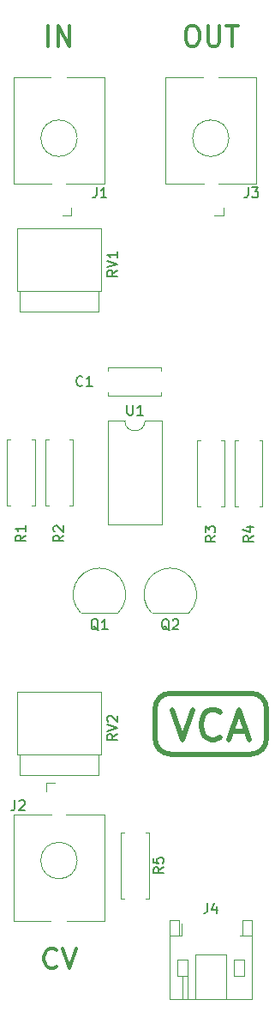
<source format=gbr>
%TF.GenerationSoftware,KiCad,Pcbnew,9.0.1*%
%TF.CreationDate,2025-05-31T19:51:22+10:00*%
%TF.ProjectId,VCA,5643412e-6b69-4636-9164-5f7063625858,rev?*%
%TF.SameCoordinates,Original*%
%TF.FileFunction,Legend,Top*%
%TF.FilePolarity,Positive*%
%FSLAX46Y46*%
G04 Gerber Fmt 4.6, Leading zero omitted, Abs format (unit mm)*
G04 Created by KiCad (PCBNEW 9.0.1) date 2025-05-31 19:51:22*
%MOMM*%
%LPD*%
G01*
G04 APERTURE LIST*
%ADD10C,0.500000*%
%ADD11C,0.300000*%
%ADD12C,0.150000*%
%ADD13C,0.120000*%
G04 APERTURE END LIST*
D10*
X141500000Y-119750000D02*
G75*
G02*
X143000000Y-121250000I0J-1500000D01*
G01*
X143000001Y-124250001D02*
G75*
G02*
X141500001Y-125750001I-1500001J1D01*
G01*
X143000000Y-121250000D02*
X143000000Y-124250000D01*
X133500000Y-119749999D02*
X141500000Y-119750000D01*
X131999999Y-121249999D02*
G75*
G02*
X133499999Y-119749999I1500001J-1D01*
G01*
X133499999Y-125750001D02*
G75*
G02*
X131999999Y-124250001I1J1500001D01*
G01*
X131999999Y-121249999D02*
X131999999Y-124249999D01*
X133499999Y-125750000D02*
X141500001Y-125750001D01*
D11*
X121452381Y-55909638D02*
X121452381Y-53909638D01*
X122404762Y-55909638D02*
X122404762Y-53909638D01*
X122404762Y-53909638D02*
X123547619Y-55909638D01*
X123547619Y-55909638D02*
X123547619Y-53909638D01*
D10*
X133714661Y-121356857D02*
X134714661Y-124356857D01*
X134714661Y-124356857D02*
X135714661Y-121356857D01*
X138428947Y-124071142D02*
X138286090Y-124214000D01*
X138286090Y-124214000D02*
X137857518Y-124356857D01*
X137857518Y-124356857D02*
X137571804Y-124356857D01*
X137571804Y-124356857D02*
X137143233Y-124214000D01*
X137143233Y-124214000D02*
X136857518Y-123928285D01*
X136857518Y-123928285D02*
X136714661Y-123642571D01*
X136714661Y-123642571D02*
X136571804Y-123071142D01*
X136571804Y-123071142D02*
X136571804Y-122642571D01*
X136571804Y-122642571D02*
X136714661Y-122071142D01*
X136714661Y-122071142D02*
X136857518Y-121785428D01*
X136857518Y-121785428D02*
X137143233Y-121499714D01*
X137143233Y-121499714D02*
X137571804Y-121356857D01*
X137571804Y-121356857D02*
X137857518Y-121356857D01*
X137857518Y-121356857D02*
X138286090Y-121499714D01*
X138286090Y-121499714D02*
X138428947Y-121642571D01*
X139571804Y-123499714D02*
X141000376Y-123499714D01*
X139286090Y-124356857D02*
X140286090Y-121356857D01*
X140286090Y-121356857D02*
X141286090Y-124356857D01*
D11*
X122261904Y-146719161D02*
X122166666Y-146814400D01*
X122166666Y-146814400D02*
X121880952Y-146909638D01*
X121880952Y-146909638D02*
X121690476Y-146909638D01*
X121690476Y-146909638D02*
X121404761Y-146814400D01*
X121404761Y-146814400D02*
X121214285Y-146623923D01*
X121214285Y-146623923D02*
X121119047Y-146433447D01*
X121119047Y-146433447D02*
X121023809Y-146052495D01*
X121023809Y-146052495D02*
X121023809Y-145766780D01*
X121023809Y-145766780D02*
X121119047Y-145385828D01*
X121119047Y-145385828D02*
X121214285Y-145195352D01*
X121214285Y-145195352D02*
X121404761Y-145004876D01*
X121404761Y-145004876D02*
X121690476Y-144909638D01*
X121690476Y-144909638D02*
X121880952Y-144909638D01*
X121880952Y-144909638D02*
X122166666Y-145004876D01*
X122166666Y-145004876D02*
X122261904Y-145100114D01*
X122833333Y-144909638D02*
X123499999Y-146909638D01*
X123499999Y-146909638D02*
X124166666Y-144909638D01*
X135499999Y-53909638D02*
X135880952Y-53909638D01*
X135880952Y-53909638D02*
X136071428Y-54004876D01*
X136071428Y-54004876D02*
X136261904Y-54195352D01*
X136261904Y-54195352D02*
X136357142Y-54576304D01*
X136357142Y-54576304D02*
X136357142Y-55242971D01*
X136357142Y-55242971D02*
X136261904Y-55623923D01*
X136261904Y-55623923D02*
X136071428Y-55814400D01*
X136071428Y-55814400D02*
X135880952Y-55909638D01*
X135880952Y-55909638D02*
X135499999Y-55909638D01*
X135499999Y-55909638D02*
X135309523Y-55814400D01*
X135309523Y-55814400D02*
X135119047Y-55623923D01*
X135119047Y-55623923D02*
X135023809Y-55242971D01*
X135023809Y-55242971D02*
X135023809Y-54576304D01*
X135023809Y-54576304D02*
X135119047Y-54195352D01*
X135119047Y-54195352D02*
X135309523Y-54004876D01*
X135309523Y-54004876D02*
X135499999Y-53909638D01*
X137214285Y-53909638D02*
X137214285Y-55528685D01*
X137214285Y-55528685D02*
X137309523Y-55719161D01*
X137309523Y-55719161D02*
X137404761Y-55814400D01*
X137404761Y-55814400D02*
X137595237Y-55909638D01*
X137595237Y-55909638D02*
X137976190Y-55909638D01*
X137976190Y-55909638D02*
X138166666Y-55814400D01*
X138166666Y-55814400D02*
X138261904Y-55719161D01*
X138261904Y-55719161D02*
X138357142Y-55528685D01*
X138357142Y-55528685D02*
X138357142Y-53909638D01*
X139023809Y-53909638D02*
X140166666Y-53909638D01*
X139595237Y-55909638D02*
X139595237Y-53909638D01*
D12*
X126404761Y-113550057D02*
X126309523Y-113502438D01*
X126309523Y-113502438D02*
X126214285Y-113407200D01*
X126214285Y-113407200D02*
X126071428Y-113264342D01*
X126071428Y-113264342D02*
X125976190Y-113216723D01*
X125976190Y-113216723D02*
X125880952Y-113216723D01*
X125928571Y-113454819D02*
X125833333Y-113407200D01*
X125833333Y-113407200D02*
X125738095Y-113311961D01*
X125738095Y-113311961D02*
X125690476Y-113121485D01*
X125690476Y-113121485D02*
X125690476Y-112788152D01*
X125690476Y-112788152D02*
X125738095Y-112597676D01*
X125738095Y-112597676D02*
X125833333Y-112502438D01*
X125833333Y-112502438D02*
X125928571Y-112454819D01*
X125928571Y-112454819D02*
X126119047Y-112454819D01*
X126119047Y-112454819D02*
X126214285Y-112502438D01*
X126214285Y-112502438D02*
X126309523Y-112597676D01*
X126309523Y-112597676D02*
X126357142Y-112788152D01*
X126357142Y-112788152D02*
X126357142Y-113121485D01*
X126357142Y-113121485D02*
X126309523Y-113311961D01*
X126309523Y-113311961D02*
X126214285Y-113407200D01*
X126214285Y-113407200D02*
X126119047Y-113454819D01*
X126119047Y-113454819D02*
X125928571Y-113454819D01*
X127309523Y-113454819D02*
X126738095Y-113454819D01*
X127023809Y-113454819D02*
X127023809Y-112454819D01*
X127023809Y-112454819D02*
X126928571Y-112597676D01*
X126928571Y-112597676D02*
X126833333Y-112692914D01*
X126833333Y-112692914D02*
X126738095Y-112740533D01*
X129243095Y-91314820D02*
X129243095Y-92124343D01*
X129243095Y-92124343D02*
X129290714Y-92219581D01*
X129290714Y-92219581D02*
X129338333Y-92267201D01*
X129338333Y-92267201D02*
X129433571Y-92314820D01*
X129433571Y-92314820D02*
X129624047Y-92314820D01*
X129624047Y-92314820D02*
X129719285Y-92267201D01*
X129719285Y-92267201D02*
X129766904Y-92219581D01*
X129766904Y-92219581D02*
X129814523Y-92124343D01*
X129814523Y-92124343D02*
X129814523Y-91314820D01*
X130814523Y-92314820D02*
X130243095Y-92314820D01*
X130528809Y-92314820D02*
X130528809Y-91314820D01*
X130528809Y-91314820D02*
X130433571Y-91457677D01*
X130433571Y-91457677D02*
X130338333Y-91552915D01*
X130338333Y-91552915D02*
X130243095Y-91600534D01*
X126196666Y-69854819D02*
X126196666Y-70569104D01*
X126196666Y-70569104D02*
X126149047Y-70711961D01*
X126149047Y-70711961D02*
X126053809Y-70807200D01*
X126053809Y-70807200D02*
X125910952Y-70854819D01*
X125910952Y-70854819D02*
X125815714Y-70854819D01*
X127196666Y-70854819D02*
X126625238Y-70854819D01*
X126910952Y-70854819D02*
X126910952Y-69854819D01*
X126910952Y-69854819D02*
X126815714Y-69997676D01*
X126815714Y-69997676D02*
X126720476Y-70092914D01*
X126720476Y-70092914D02*
X126625238Y-70140533D01*
X137166666Y-140454819D02*
X137166666Y-141169104D01*
X137166666Y-141169104D02*
X137119047Y-141311961D01*
X137119047Y-141311961D02*
X137023809Y-141407200D01*
X137023809Y-141407200D02*
X136880952Y-141454819D01*
X136880952Y-141454819D02*
X136785714Y-141454819D01*
X138071428Y-140788152D02*
X138071428Y-141454819D01*
X137833333Y-140407200D02*
X137595238Y-141121485D01*
X137595238Y-141121485D02*
X138214285Y-141121485D01*
X124833333Y-89359581D02*
X124785714Y-89407201D01*
X124785714Y-89407201D02*
X124642857Y-89454820D01*
X124642857Y-89454820D02*
X124547619Y-89454820D01*
X124547619Y-89454820D02*
X124404762Y-89407201D01*
X124404762Y-89407201D02*
X124309524Y-89311962D01*
X124309524Y-89311962D02*
X124261905Y-89216724D01*
X124261905Y-89216724D02*
X124214286Y-89026248D01*
X124214286Y-89026248D02*
X124214286Y-88883391D01*
X124214286Y-88883391D02*
X124261905Y-88692915D01*
X124261905Y-88692915D02*
X124309524Y-88597677D01*
X124309524Y-88597677D02*
X124404762Y-88502439D01*
X124404762Y-88502439D02*
X124547619Y-88454820D01*
X124547619Y-88454820D02*
X124642857Y-88454820D01*
X124642857Y-88454820D02*
X124785714Y-88502439D01*
X124785714Y-88502439D02*
X124833333Y-88550058D01*
X125785714Y-89454820D02*
X125214286Y-89454820D01*
X125500000Y-89454820D02*
X125500000Y-88454820D01*
X125500000Y-88454820D02*
X125404762Y-88597677D01*
X125404762Y-88597677D02*
X125309524Y-88692915D01*
X125309524Y-88692915D02*
X125214286Y-88740534D01*
X118136666Y-130304819D02*
X118136666Y-131019104D01*
X118136666Y-131019104D02*
X118089047Y-131161961D01*
X118089047Y-131161961D02*
X117993809Y-131257200D01*
X117993809Y-131257200D02*
X117850952Y-131304819D01*
X117850952Y-131304819D02*
X117755714Y-131304819D01*
X118565238Y-130400057D02*
X118612857Y-130352438D01*
X118612857Y-130352438D02*
X118708095Y-130304819D01*
X118708095Y-130304819D02*
X118946190Y-130304819D01*
X118946190Y-130304819D02*
X119041428Y-130352438D01*
X119041428Y-130352438D02*
X119089047Y-130400057D01*
X119089047Y-130400057D02*
X119136666Y-130495295D01*
X119136666Y-130495295D02*
X119136666Y-130590533D01*
X119136666Y-130590533D02*
X119089047Y-130733390D01*
X119089047Y-130733390D02*
X118517619Y-131304819D01*
X118517619Y-131304819D02*
X119136666Y-131304819D01*
X128269819Y-78025238D02*
X127793628Y-78358571D01*
X128269819Y-78596666D02*
X127269819Y-78596666D01*
X127269819Y-78596666D02*
X127269819Y-78215714D01*
X127269819Y-78215714D02*
X127317438Y-78120476D01*
X127317438Y-78120476D02*
X127365057Y-78072857D01*
X127365057Y-78072857D02*
X127460295Y-78025238D01*
X127460295Y-78025238D02*
X127603152Y-78025238D01*
X127603152Y-78025238D02*
X127698390Y-78072857D01*
X127698390Y-78072857D02*
X127746009Y-78120476D01*
X127746009Y-78120476D02*
X127793628Y-78215714D01*
X127793628Y-78215714D02*
X127793628Y-78596666D01*
X127269819Y-77739523D02*
X128269819Y-77406190D01*
X128269819Y-77406190D02*
X127269819Y-77072857D01*
X128269819Y-76215714D02*
X128269819Y-76787142D01*
X128269819Y-76501428D02*
X127269819Y-76501428D01*
X127269819Y-76501428D02*
X127412676Y-76596666D01*
X127412676Y-76596666D02*
X127507914Y-76691904D01*
X127507914Y-76691904D02*
X127555533Y-76787142D01*
X133404761Y-113550057D02*
X133309523Y-113502438D01*
X133309523Y-113502438D02*
X133214285Y-113407200D01*
X133214285Y-113407200D02*
X133071428Y-113264342D01*
X133071428Y-113264342D02*
X132976190Y-113216723D01*
X132976190Y-113216723D02*
X132880952Y-113216723D01*
X132928571Y-113454819D02*
X132833333Y-113407200D01*
X132833333Y-113407200D02*
X132738095Y-113311961D01*
X132738095Y-113311961D02*
X132690476Y-113121485D01*
X132690476Y-113121485D02*
X132690476Y-112788152D01*
X132690476Y-112788152D02*
X132738095Y-112597676D01*
X132738095Y-112597676D02*
X132833333Y-112502438D01*
X132833333Y-112502438D02*
X132928571Y-112454819D01*
X132928571Y-112454819D02*
X133119047Y-112454819D01*
X133119047Y-112454819D02*
X133214285Y-112502438D01*
X133214285Y-112502438D02*
X133309523Y-112597676D01*
X133309523Y-112597676D02*
X133357142Y-112788152D01*
X133357142Y-112788152D02*
X133357142Y-113121485D01*
X133357142Y-113121485D02*
X133309523Y-113311961D01*
X133309523Y-113311961D02*
X133214285Y-113407200D01*
X133214285Y-113407200D02*
X133119047Y-113454819D01*
X133119047Y-113454819D02*
X132928571Y-113454819D01*
X133738095Y-112550057D02*
X133785714Y-112502438D01*
X133785714Y-112502438D02*
X133880952Y-112454819D01*
X133880952Y-112454819D02*
X134119047Y-112454819D01*
X134119047Y-112454819D02*
X134214285Y-112502438D01*
X134214285Y-112502438D02*
X134261904Y-112550057D01*
X134261904Y-112550057D02*
X134309523Y-112645295D01*
X134309523Y-112645295D02*
X134309523Y-112740533D01*
X134309523Y-112740533D02*
X134261904Y-112883390D01*
X134261904Y-112883390D02*
X133690476Y-113454819D01*
X133690476Y-113454819D02*
X134309523Y-113454819D01*
X132824819Y-136916666D02*
X132348628Y-137249999D01*
X132824819Y-137488094D02*
X131824819Y-137488094D01*
X131824819Y-137488094D02*
X131824819Y-137107142D01*
X131824819Y-137107142D02*
X131872438Y-137011904D01*
X131872438Y-137011904D02*
X131920057Y-136964285D01*
X131920057Y-136964285D02*
X132015295Y-136916666D01*
X132015295Y-136916666D02*
X132158152Y-136916666D01*
X132158152Y-136916666D02*
X132253390Y-136964285D01*
X132253390Y-136964285D02*
X132301009Y-137011904D01*
X132301009Y-137011904D02*
X132348628Y-137107142D01*
X132348628Y-137107142D02*
X132348628Y-137488094D01*
X131824819Y-136011904D02*
X131824819Y-136488094D01*
X131824819Y-136488094D02*
X132301009Y-136535713D01*
X132301009Y-136535713D02*
X132253390Y-136488094D01*
X132253390Y-136488094D02*
X132205771Y-136392856D01*
X132205771Y-136392856D02*
X132205771Y-136154761D01*
X132205771Y-136154761D02*
X132253390Y-136059523D01*
X132253390Y-136059523D02*
X132301009Y-136011904D01*
X132301009Y-136011904D02*
X132396247Y-135964285D01*
X132396247Y-135964285D02*
X132634342Y-135964285D01*
X132634342Y-135964285D02*
X132729580Y-136011904D01*
X132729580Y-136011904D02*
X132777200Y-136059523D01*
X132777200Y-136059523D02*
X132824819Y-136154761D01*
X132824819Y-136154761D02*
X132824819Y-136392856D01*
X132824819Y-136392856D02*
X132777200Y-136488094D01*
X132777200Y-136488094D02*
X132729580Y-136535713D01*
X137954819Y-104226666D02*
X137478628Y-104559999D01*
X137954819Y-104798094D02*
X136954819Y-104798094D01*
X136954819Y-104798094D02*
X136954819Y-104417142D01*
X136954819Y-104417142D02*
X137002438Y-104321904D01*
X137002438Y-104321904D02*
X137050057Y-104274285D01*
X137050057Y-104274285D02*
X137145295Y-104226666D01*
X137145295Y-104226666D02*
X137288152Y-104226666D01*
X137288152Y-104226666D02*
X137383390Y-104274285D01*
X137383390Y-104274285D02*
X137431009Y-104321904D01*
X137431009Y-104321904D02*
X137478628Y-104417142D01*
X137478628Y-104417142D02*
X137478628Y-104798094D01*
X136954819Y-103893332D02*
X136954819Y-103274285D01*
X136954819Y-103274285D02*
X137335771Y-103607618D01*
X137335771Y-103607618D02*
X137335771Y-103464761D01*
X137335771Y-103464761D02*
X137383390Y-103369523D01*
X137383390Y-103369523D02*
X137431009Y-103321904D01*
X137431009Y-103321904D02*
X137526247Y-103274285D01*
X137526247Y-103274285D02*
X137764342Y-103274285D01*
X137764342Y-103274285D02*
X137859580Y-103321904D01*
X137859580Y-103321904D02*
X137907200Y-103369523D01*
X137907200Y-103369523D02*
X137954819Y-103464761D01*
X137954819Y-103464761D02*
X137954819Y-103750475D01*
X137954819Y-103750475D02*
X137907200Y-103845713D01*
X137907200Y-103845713D02*
X137859580Y-103893332D01*
X128269819Y-123775238D02*
X127793628Y-124108571D01*
X128269819Y-124346666D02*
X127269819Y-124346666D01*
X127269819Y-124346666D02*
X127269819Y-123965714D01*
X127269819Y-123965714D02*
X127317438Y-123870476D01*
X127317438Y-123870476D02*
X127365057Y-123822857D01*
X127365057Y-123822857D02*
X127460295Y-123775238D01*
X127460295Y-123775238D02*
X127603152Y-123775238D01*
X127603152Y-123775238D02*
X127698390Y-123822857D01*
X127698390Y-123822857D02*
X127746009Y-123870476D01*
X127746009Y-123870476D02*
X127793628Y-123965714D01*
X127793628Y-123965714D02*
X127793628Y-124346666D01*
X127269819Y-123489523D02*
X128269819Y-123156190D01*
X128269819Y-123156190D02*
X127269819Y-122822857D01*
X127365057Y-122537142D02*
X127317438Y-122489523D01*
X127317438Y-122489523D02*
X127269819Y-122394285D01*
X127269819Y-122394285D02*
X127269819Y-122156190D01*
X127269819Y-122156190D02*
X127317438Y-122060952D01*
X127317438Y-122060952D02*
X127365057Y-122013333D01*
X127365057Y-122013333D02*
X127460295Y-121965714D01*
X127460295Y-121965714D02*
X127555533Y-121965714D01*
X127555533Y-121965714D02*
X127698390Y-122013333D01*
X127698390Y-122013333D02*
X128269819Y-122584761D01*
X128269819Y-122584761D02*
X128269819Y-121965714D01*
X122954819Y-104166666D02*
X122478628Y-104499999D01*
X122954819Y-104738094D02*
X121954819Y-104738094D01*
X121954819Y-104738094D02*
X121954819Y-104357142D01*
X121954819Y-104357142D02*
X122002438Y-104261904D01*
X122002438Y-104261904D02*
X122050057Y-104214285D01*
X122050057Y-104214285D02*
X122145295Y-104166666D01*
X122145295Y-104166666D02*
X122288152Y-104166666D01*
X122288152Y-104166666D02*
X122383390Y-104214285D01*
X122383390Y-104214285D02*
X122431009Y-104261904D01*
X122431009Y-104261904D02*
X122478628Y-104357142D01*
X122478628Y-104357142D02*
X122478628Y-104738094D01*
X122050057Y-103785713D02*
X122002438Y-103738094D01*
X122002438Y-103738094D02*
X121954819Y-103642856D01*
X121954819Y-103642856D02*
X121954819Y-103404761D01*
X121954819Y-103404761D02*
X122002438Y-103309523D01*
X122002438Y-103309523D02*
X122050057Y-103261904D01*
X122050057Y-103261904D02*
X122145295Y-103214285D01*
X122145295Y-103214285D02*
X122240533Y-103214285D01*
X122240533Y-103214285D02*
X122383390Y-103261904D01*
X122383390Y-103261904D02*
X122954819Y-103833332D01*
X122954819Y-103833332D02*
X122954819Y-103214285D01*
X141196666Y-69854819D02*
X141196666Y-70569104D01*
X141196666Y-70569104D02*
X141149047Y-70711961D01*
X141149047Y-70711961D02*
X141053809Y-70807200D01*
X141053809Y-70807200D02*
X140910952Y-70854819D01*
X140910952Y-70854819D02*
X140815714Y-70854819D01*
X141577619Y-69854819D02*
X142196666Y-69854819D01*
X142196666Y-69854819D02*
X141863333Y-70235771D01*
X141863333Y-70235771D02*
X142006190Y-70235771D01*
X142006190Y-70235771D02*
X142101428Y-70283390D01*
X142101428Y-70283390D02*
X142149047Y-70331009D01*
X142149047Y-70331009D02*
X142196666Y-70426247D01*
X142196666Y-70426247D02*
X142196666Y-70664342D01*
X142196666Y-70664342D02*
X142149047Y-70759580D01*
X142149047Y-70759580D02*
X142101428Y-70807200D01*
X142101428Y-70807200D02*
X142006190Y-70854819D01*
X142006190Y-70854819D02*
X141720476Y-70854819D01*
X141720476Y-70854819D02*
X141625238Y-70807200D01*
X141625238Y-70807200D02*
X141577619Y-70759580D01*
X119204819Y-104166667D02*
X118728628Y-104500000D01*
X119204819Y-104738095D02*
X118204819Y-104738095D01*
X118204819Y-104738095D02*
X118204819Y-104357143D01*
X118204819Y-104357143D02*
X118252438Y-104261905D01*
X118252438Y-104261905D02*
X118300057Y-104214286D01*
X118300057Y-104214286D02*
X118395295Y-104166667D01*
X118395295Y-104166667D02*
X118538152Y-104166667D01*
X118538152Y-104166667D02*
X118633390Y-104214286D01*
X118633390Y-104214286D02*
X118681009Y-104261905D01*
X118681009Y-104261905D02*
X118728628Y-104357143D01*
X118728628Y-104357143D02*
X118728628Y-104738095D01*
X119204819Y-103214286D02*
X119204819Y-103785714D01*
X119204819Y-103500000D02*
X118204819Y-103500000D01*
X118204819Y-103500000D02*
X118347676Y-103595238D01*
X118347676Y-103595238D02*
X118442914Y-103690476D01*
X118442914Y-103690476D02*
X118490533Y-103785714D01*
X141704819Y-104226666D02*
X141228628Y-104559999D01*
X141704819Y-104798094D02*
X140704819Y-104798094D01*
X140704819Y-104798094D02*
X140704819Y-104417142D01*
X140704819Y-104417142D02*
X140752438Y-104321904D01*
X140752438Y-104321904D02*
X140800057Y-104274285D01*
X140800057Y-104274285D02*
X140895295Y-104226666D01*
X140895295Y-104226666D02*
X141038152Y-104226666D01*
X141038152Y-104226666D02*
X141133390Y-104274285D01*
X141133390Y-104274285D02*
X141181009Y-104321904D01*
X141181009Y-104321904D02*
X141228628Y-104417142D01*
X141228628Y-104417142D02*
X141228628Y-104798094D01*
X141038152Y-103369523D02*
X141704819Y-103369523D01*
X140657200Y-103607618D02*
X141371485Y-103845713D01*
X141371485Y-103845713D02*
X141371485Y-103226666D01*
D13*
%TO.C,Q1*%
X124700000Y-111850000D02*
X128300000Y-111850000D01*
X124661522Y-111838478D02*
G75*
G02*
X126500000Y-107399999I1838478J1838478D01*
G01*
X126500000Y-107400000D02*
G75*
G02*
X128338478Y-111838478I0J-2600000D01*
G01*
%TO.C,U1*%
X127355000Y-92860001D02*
X127355000Y-103140001D01*
X127355000Y-103140001D02*
X132655000Y-103140001D01*
X129005000Y-92860001D02*
X127355000Y-92860001D01*
X132655000Y-92860001D02*
X131005000Y-92860001D01*
X132655000Y-103140001D02*
X132655000Y-92860001D01*
X131005000Y-92860001D02*
G75*
G02*
X129005000Y-92860001I-1000000J0D01*
G01*
%TO.C,J1*%
X118000000Y-59000000D02*
X121700000Y-59000000D01*
X118000000Y-69500000D02*
X118000000Y-59000000D01*
X118000000Y-69500000D02*
X121780000Y-69500000D01*
X123220000Y-69500000D02*
X127000000Y-69500000D01*
X123300000Y-59000000D02*
X127000000Y-59000000D01*
X123730000Y-72650000D02*
X122870000Y-72650000D01*
X123730000Y-72650000D02*
X123730000Y-71850000D01*
X127000000Y-69500000D02*
X127000000Y-59000000D01*
X124300000Y-65000000D02*
G75*
G02*
X120700000Y-65000000I-1800000J0D01*
G01*
X120700000Y-65000000D02*
G75*
G02*
X124300000Y-65000000I1800000J0D01*
G01*
%TO.C,J4*%
X133440000Y-142090000D02*
X133440000Y-149910000D01*
X133440000Y-143690000D02*
X134360000Y-143690000D01*
X133440000Y-149910000D02*
X141560000Y-149910000D01*
X134200000Y-146050000D02*
X134200000Y-147650000D01*
X134200000Y-147650000D02*
X135200000Y-147650000D01*
X134360000Y-142090000D02*
X133440000Y-142090000D01*
X134360000Y-143690000D02*
X134360000Y-142090000D01*
X134640000Y-143690000D02*
X134360000Y-143690000D01*
X134640000Y-143690000D02*
X134640000Y-142475000D01*
X134700000Y-147650000D02*
X134700000Y-149910000D01*
X135200000Y-146050000D02*
X134200000Y-146050000D01*
X135200000Y-147650000D02*
X135200000Y-146050000D01*
X135200000Y-147650000D02*
X135200000Y-149910000D01*
X136000000Y-145550000D02*
X139000000Y-145550000D01*
X136000000Y-149910000D02*
X136000000Y-145550000D01*
X139000000Y-145550000D02*
X139000000Y-149910000D01*
X139800000Y-146050000D02*
X140800000Y-146050000D01*
X139800000Y-147650000D02*
X139800000Y-146050000D01*
X140640000Y-142090000D02*
X140640000Y-143690000D01*
X140640000Y-143690000D02*
X140360000Y-143690000D01*
X140800000Y-146050000D02*
X140800000Y-147650000D01*
X140800000Y-147650000D02*
X139800000Y-147650000D01*
X141560000Y-142090000D02*
X140640000Y-142090000D01*
X141560000Y-143690000D02*
X140640000Y-143690000D01*
X141560000Y-149910000D02*
X141560000Y-142090000D01*
%TO.C,C1*%
X132620000Y-90370001D02*
X132620000Y-90033001D01*
X132620000Y-90370001D02*
X127380000Y-90370001D01*
X132620000Y-87967001D02*
X132620000Y-87630001D01*
X132620000Y-87630001D02*
X127380000Y-87630001D01*
X127380000Y-90370001D02*
X127380000Y-90033001D01*
X127380000Y-87967001D02*
X127380000Y-87630001D01*
%TO.C,J2*%
X127000000Y-142250000D02*
X123300000Y-142250000D01*
X127000000Y-131750000D02*
X127000000Y-142250000D01*
X127000000Y-131750000D02*
X123220000Y-131750000D01*
X121780000Y-131750000D02*
X118000000Y-131750000D01*
X121700000Y-142250000D02*
X118000000Y-142250000D01*
X121270000Y-128600000D02*
X122130000Y-128600000D01*
X121270000Y-128600000D02*
X121270000Y-129400000D01*
X118000000Y-131750000D02*
X118000000Y-142250000D01*
X124300000Y-136250000D02*
G75*
G02*
X120700000Y-136250000I-1800000J0D01*
G01*
X120700000Y-136250000D02*
G75*
G02*
X124300000Y-136250000I1800000J0D01*
G01*
%TO.C,RV1*%
X126675000Y-73890000D02*
X118325000Y-73890000D01*
X126675000Y-73890000D02*
X126675000Y-80080000D01*
X118325000Y-73890000D02*
X118325000Y-80080000D01*
X126675000Y-80080000D02*
X118325000Y-80080000D01*
X126420000Y-80080000D02*
X118580000Y-80080000D01*
X126420000Y-80080000D02*
X126420000Y-82110000D01*
X118580000Y-80080000D02*
X118580000Y-82110000D01*
X126420000Y-82110000D02*
X118580000Y-82110000D01*
%TO.C,Q2*%
X131700000Y-111850001D02*
X135300000Y-111850001D01*
X131661522Y-111838479D02*
G75*
G02*
X133500000Y-107400000I1838478J1838478D01*
G01*
X133500000Y-107400001D02*
G75*
G02*
X135338478Y-111838479I0J-2600000D01*
G01*
%TO.C,R5*%
X131370000Y-133480000D02*
X131370000Y-140020000D01*
X131040000Y-133480000D02*
X131370000Y-133480000D01*
X128960000Y-133480000D02*
X128630000Y-133480000D01*
X128630000Y-133480000D02*
X128630000Y-140020000D01*
X131370000Y-140020000D02*
X131040000Y-140020000D01*
X128630000Y-140020000D02*
X128960000Y-140020000D01*
%TO.C,R3*%
X136130000Y-101330000D02*
X136130000Y-94790000D01*
X136460000Y-101330000D02*
X136130000Y-101330000D01*
X138540000Y-101330000D02*
X138870000Y-101330000D01*
X138870000Y-101330000D02*
X138870000Y-94790000D01*
X136130000Y-94790000D02*
X136460000Y-94790000D01*
X138870000Y-94790000D02*
X138540000Y-94790000D01*
%TO.C,RV2*%
X126675000Y-119640000D02*
X118325000Y-119640000D01*
X126675000Y-119640000D02*
X126675000Y-125830000D01*
X118325000Y-119640000D02*
X118325000Y-125830000D01*
X126675000Y-125830000D02*
X118325000Y-125830000D01*
X126420000Y-125830000D02*
X118580000Y-125830000D01*
X126420000Y-125830000D02*
X126420000Y-127860000D01*
X118580000Y-125830000D02*
X118580000Y-127860000D01*
X126420000Y-127860000D02*
X118580000Y-127860000D01*
%TO.C,R2*%
X123870000Y-94730000D02*
X123870000Y-101270000D01*
X123540000Y-94730000D02*
X123870000Y-94730000D01*
X121460000Y-94730000D02*
X121130000Y-94730000D01*
X121130000Y-94730000D02*
X121130000Y-101270000D01*
X123870000Y-101270000D02*
X123540000Y-101270000D01*
X121130000Y-101270000D02*
X121460000Y-101270000D01*
%TO.C,J3*%
X133000000Y-59000000D02*
X136700000Y-59000000D01*
X133000000Y-69500000D02*
X133000000Y-59000000D01*
X133000000Y-69500000D02*
X136780000Y-69500000D01*
X138220000Y-69500000D02*
X142000000Y-69500000D01*
X138300000Y-59000000D02*
X142000000Y-59000000D01*
X138730000Y-72650000D02*
X137870000Y-72650000D01*
X138730000Y-72650000D02*
X138730000Y-71850000D01*
X142000000Y-69500000D02*
X142000000Y-59000000D01*
X139300000Y-65000000D02*
G75*
G02*
X135700000Y-65000000I-1800000J0D01*
G01*
X135700000Y-65000000D02*
G75*
G02*
X139300000Y-65000000I1800000J0D01*
G01*
%TO.C,R1*%
X120120000Y-94730000D02*
X120120000Y-101270000D01*
X119790000Y-94730000D02*
X120120000Y-94730000D01*
X117710000Y-94730000D02*
X117380000Y-94730000D01*
X117380000Y-94730000D02*
X117380000Y-101270000D01*
X120120000Y-101270000D02*
X119790000Y-101270000D01*
X117380000Y-101270000D02*
X117710000Y-101270000D01*
%TO.C,R4*%
X139880000Y-101330000D02*
X139880000Y-94790000D01*
X140210000Y-101330000D02*
X139880000Y-101330000D01*
X142290000Y-101330000D02*
X142620000Y-101330000D01*
X142620000Y-101330000D02*
X142620000Y-94790000D01*
X139880000Y-94790000D02*
X140210000Y-94790000D01*
X142620000Y-94790000D02*
X142290000Y-94790000D01*
%TD*%
M02*

</source>
